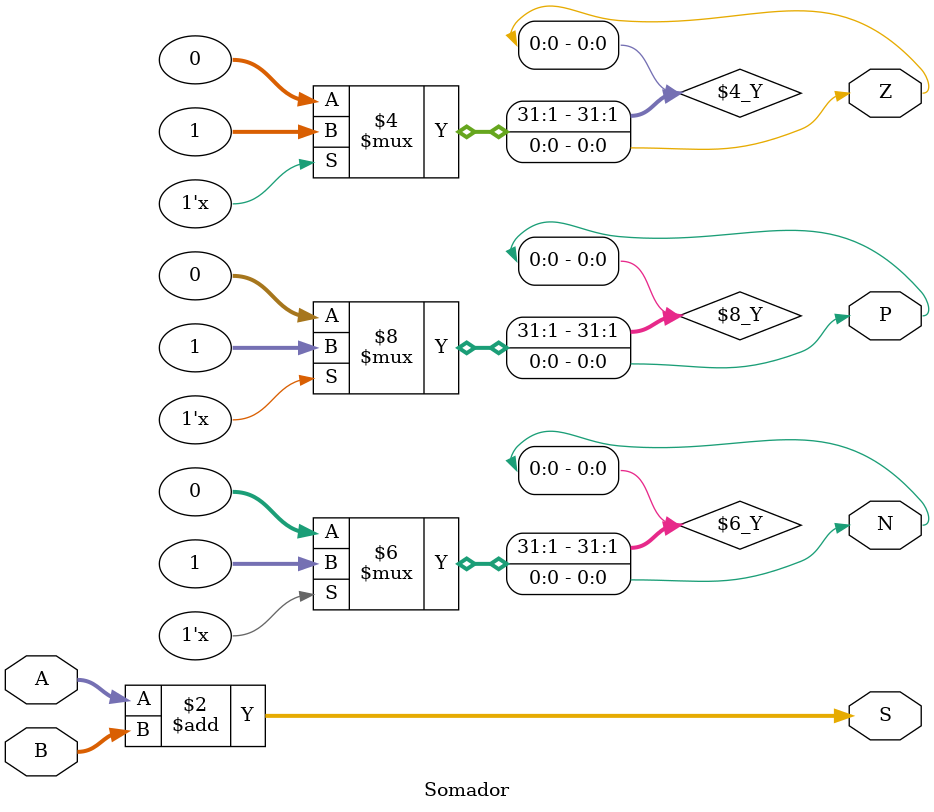
<source format=sv>

/*
Questão: Somador de 8 bits
Construir um sistema digital realiza operações de soma de dois números inteiros 
de 8 bits, utilizando Complemento de 2.  O circuito deverá receber como entradas,
A e B e deverá fornecer as seguintes saídas:

a) S (Soma, 8 bits) - saída (resultado soma);
b) Z (zero, 1 bit) - status (0 - resultado da soma é diferente de zero | 1 - resultado da soma é igual a zero).
c) N (Negativo, 1 bit) - status (0 - resultado da soma é positivo | 1 - resultado da soma é negativo).
d) P (Par, 1 bit) - status (0 - resultado da soma é ímpar | 1 - resultado da soma é par).
*/


parameter T = 8;	//tamanho de bits
module Somador(input logic signed [T-1:0]A, B, output logic signed [T-1:0]S, output logic Z, N, P);
  always_comb begin
    //verificando Soma
    S <= A + B;
    
    //verificando Zero ou não
    Z <= (S == 0) ? 1 : 0;
    
    //verificando Negativo
    N <= (S[T-1] == 1) ? 1 : 0; //bit mais significativo para saber o sinal

    //verificando ímpar/par
    P <= (S[0] == 0) ? 1 : 0; //bit menos significativo para saber par/ímpar
  end
endmodule
</source>
